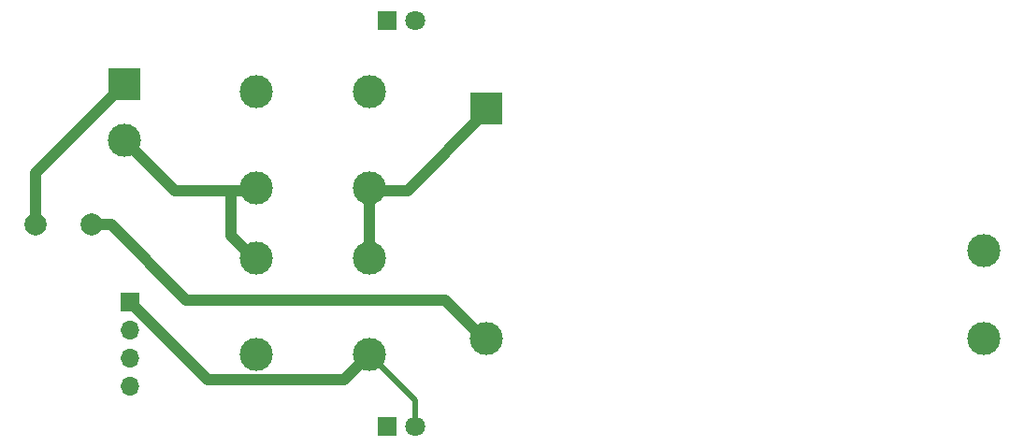
<source format=gbl>
G04 #@! TF.GenerationSoftware,KiCad,Pcbnew,(5.1.10)-1*
G04 #@! TF.CreationDate,2021-08-09T14:03:53+02:00*
G04 #@! TF.ProjectId,PSU,5053552e-6b69-4636-9164-5f7063625858,rev?*
G04 #@! TF.SameCoordinates,Original*
G04 #@! TF.FileFunction,Copper,L2,Bot*
G04 #@! TF.FilePolarity,Positive*
%FSLAX46Y46*%
G04 Gerber Fmt 4.6, Leading zero omitted, Abs format (unit mm)*
G04 Created by KiCad (PCBNEW (5.1.10)-1) date 2021-08-09 14:03:53*
%MOMM*%
%LPD*%
G01*
G04 APERTURE LIST*
G04 #@! TA.AperFunction,ComponentPad*
%ADD10C,1.800000*%
G04 #@! TD*
G04 #@! TA.AperFunction,ComponentPad*
%ADD11R,1.800000X1.800000*%
G04 #@! TD*
G04 #@! TA.AperFunction,ComponentPad*
%ADD12C,3.000000*%
G04 #@! TD*
G04 #@! TA.AperFunction,ComponentPad*
%ADD13R,3.000000X3.000000*%
G04 #@! TD*
G04 #@! TA.AperFunction,ComponentPad*
%ADD14O,1.700000X1.700000*%
G04 #@! TD*
G04 #@! TA.AperFunction,ComponentPad*
%ADD15R,1.700000X1.700000*%
G04 #@! TD*
G04 #@! TA.AperFunction,ComponentPad*
%ADD16C,2.000000*%
G04 #@! TD*
G04 #@! TA.AperFunction,Conductor*
%ADD17C,1.000000*%
G04 #@! TD*
G04 #@! TA.AperFunction,Conductor*
%ADD18C,0.500000*%
G04 #@! TD*
G04 APERTURE END LIST*
D10*
X183040000Y-77000000D03*
D11*
X180500000Y-77000000D03*
D10*
X183040000Y-113750000D03*
D11*
X180500000Y-113750000D03*
D12*
X178900000Y-107250000D03*
X168700000Y-107250000D03*
X178900000Y-98550000D03*
X168700000Y-98550000D03*
X168700000Y-83450000D03*
X178900000Y-83450000D03*
X168700000Y-92150000D03*
X178900000Y-92150000D03*
D13*
X189500000Y-85000000D03*
D12*
X234500000Y-97800000D03*
X189500000Y-105800000D03*
X234500000Y-105800000D03*
D14*
X157250000Y-110120000D03*
X157250000Y-107580000D03*
X157250000Y-105040000D03*
D15*
X157250000Y-102500000D03*
D12*
X156750000Y-87830000D03*
D13*
X156750000Y-82750000D03*
D16*
X148670000Y-95500000D03*
X153750000Y-95500000D03*
D17*
X148670000Y-90830000D02*
X156750000Y-82750000D01*
X148670000Y-95500000D02*
X148670000Y-90830000D01*
X155550002Y-95500000D02*
X153750000Y-95500000D01*
X162350003Y-102300001D02*
X155550002Y-95500000D01*
X185750001Y-102300001D02*
X162350003Y-102300001D01*
X189500000Y-106050000D02*
X185750001Y-102300001D01*
X178900000Y-98800000D02*
X178900000Y-92400000D01*
X182350000Y-92400000D02*
X189500000Y-85250000D01*
X178900000Y-92400000D02*
X182350000Y-92400000D01*
X161320000Y-92400000D02*
X156750000Y-87830000D01*
X166400000Y-96500000D02*
X168700000Y-98800000D01*
X166400000Y-92400000D02*
X166400000Y-96500000D01*
X168700000Y-92400000D02*
X166400000Y-92400000D01*
X166400000Y-92400000D02*
X161320000Y-92400000D01*
X157250000Y-102500000D02*
X164250000Y-109500000D01*
X176650000Y-109500000D02*
X178900000Y-107250000D01*
X164250000Y-109500000D02*
X176650000Y-109500000D01*
D18*
X183040000Y-111390000D02*
X178900000Y-107250000D01*
X183040000Y-113750000D02*
X183040000Y-111390000D01*
M02*

</source>
